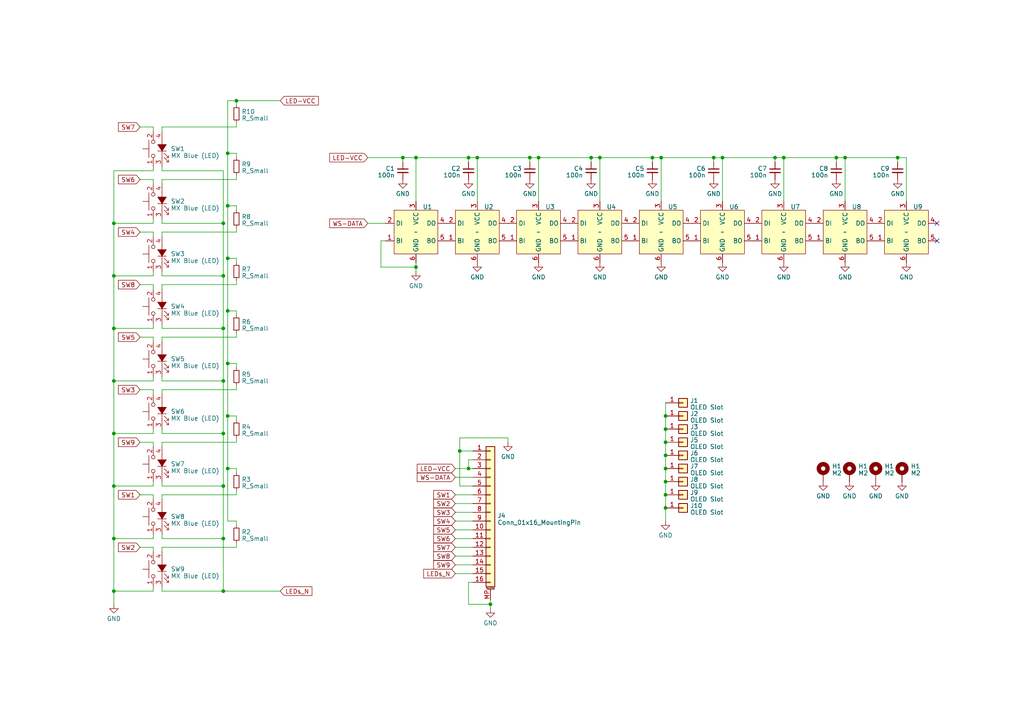
<source format=kicad_sch>
(kicad_sch (version 20221206) (generator eeschema)
  (paper "A4")
  (lib_symbols
    (symbol "Connector_Generic:Conn_01x01" (pin_names (offset 1.016) hide)
      (property "Reference" "J" (at 0 2.54 0))
      (property "Value" "Conn_01x01" (at 0 -2.54 0))
      (symbol "Conn_01x01_1_1"
        (rectangle (start -1.27 0.127) (end 0 -0.127) (stroke (width 0.1524)))
        (rectangle (start -1.27 1.27) (end 1.27 -1.27) (stroke (width 0.254)) (fill (type background)))
        (pin passive line (at -5.08 0 0) (length 3.81) (name "Pin_1") (number "1"))
      )
    )
    (symbol "Connector_Generic_MountingPin:Conn_01x16_MountingPin" (pin_names (offset 1.016) hide)
      (property "Reference" "J" (at 0 20.32 0))
      (property "Value" "Conn_01x16_MountingPin" (at 1.27 -22.86 0))
      (symbol "Conn_01x16_MountingPin_1_1"
        (rectangle (start -1.27 -20.193) (end 0 -20.447) (stroke (width 0.1524)))
        (rectangle (start -1.27 -17.653) (end 0 -17.907) (stroke (width 0.1524)))
        (rectangle (start -1.27 -15.113) (end 0 -15.367) (stroke (width 0.1524)))
        (rectangle (start -1.27 -12.573) (end 0 -12.827) (stroke (width 0.1524)))
        (rectangle (start -1.27 -10.033) (end 0 -10.287) (stroke (width 0.1524)))
        (rectangle (start -1.27 -7.493) (end 0 -7.747) (stroke (width 0.1524)))
        (rectangle (start -1.27 -4.953) (end 0 -5.207) (stroke (width 0.1524)))
        (rectangle (start -1.27 -2.413) (end 0 -2.667) (stroke (width 0.1524)))
        (rectangle (start -1.27 0.127) (end 0 -0.127) (stroke (width 0.1524)))
        (rectangle (start -1.27 2.667) (end 0 2.413) (stroke (width 0.1524)))
        (rectangle (start -1.27 5.207) (end 0 4.953) (stroke (width 0.1524)))
        (rectangle (start -1.27 7.747) (end 0 7.493) (stroke (width 0.1524)))
        (rectangle (start -1.27 10.287) (end 0 10.033) (stroke (width 0.1524)))
        (rectangle (start -1.27 12.827) (end 0 12.573) (stroke (width 0.1524)))
        (rectangle (start -1.27 15.367) (end 0 15.113) (stroke (width 0.1524)))
        (rectangle (start -1.27 17.907) (end 0 17.653) (stroke (width 0.1524)))
        (rectangle (start -1.27 19.05) (end 1.27 -21.59) (stroke (width 0.254)) (fill (type background)))
        (polyline (pts (xy -1.016 -22.352) (xy 1.016 -22.352)) (stroke (width 0.1524)))
        (text "Mounting" (at 0 -21.971 0) (effects (font (size 0.381 0.381))))
        (pin passive line (at -5.08 17.78 0) (length 3.81) (name "Pin_1") (number "1"))
        (pin passive line (at -5.08 -5.08 0) (length 3.81) (name "Pin_10") (number "10"))
        (pin passive line (at -5.08 -7.62 0) (length 3.81) (name "Pin_11") (number "11"))
        (pin passive line (at -5.08 -10.16 0) (length 3.81) (name "Pin_12") (number "12"))
        (pin passive line (at -5.08 -12.7 0) (length 3.81) (name "Pin_13") (number "13"))
        (pin passive line (at -5.08 -15.24 0) (length 3.81) (name "Pin_14") (number "14"))
        (pin passive line (at -5.08 -17.78 0) (length 3.81) (name "Pin_15") (number "15"))
        (pin passive line (at -5.08 -20.32 0) (length 3.81) (name "Pin_16") (number "16"))
        (pin passive line (at -5.08 15.24 0) (length 3.81) (name "Pin_2") (number "2"))
        (pin passive line (at -5.08 12.7 0) (length 3.81) (name "Pin_3") (number "3"))
        (pin passive line (at -5.08 10.16 0) (length 3.81) (name "Pin_4") (number "4"))
        (pin passive line (at -5.08 7.62 0) (length 3.81) (name "Pin_5") (number "5"))
        (pin passive line (at -5.08 5.08 0) (length 3.81) (name "Pin_6") (number "6"))
        (pin passive line (at -5.08 2.54 0) (length 3.81) (name "Pin_7") (number "7"))
        (pin passive line (at -5.08 0 0) (length 3.81) (name "Pin_8") (number "8"))
        (pin passive line (at -5.08 -2.54 0) (length 3.81) (name "Pin_9") (number "9"))
        (pin passive line (at 0 -25.4 90) (length 3.048) (name "MountPin") (number "MP"))
      )
    )
    (symbol "Device:C_Small" (pin_numbers hide) (pin_names (offset 0.254) hide)
      (property "Reference" "C" (at 0.254 1.778 0))
      (property "Value" "C_Small" (at 0.254 -2.032 0))
      (symbol "C_Small_0_1"
        (polyline (pts (xy -1.524 -0.508) (xy 1.524 -0.508)) (stroke (width 0.3302)))
        (polyline (pts (xy -1.524 0.508) (xy 1.524 0.508)) (stroke (width 0.3048)))
      )
      (symbol "C_Small_1_1"
        (pin passive line (at 0 2.54 270) (length 2.032) (name "~") (number "1"))
        (pin passive line (at 0 -2.54 90) (length 2.032) (name "~") (number "2"))
      )
    )
    (symbol "Device:R_Small" (pin_numbers hide) (pin_names (offset 0.254) hide)
      (property "Reference" "R" (at 0.762 0.508 0))
      (property "Value" "R_Small" (at 0.762 -1.016 0))
      (symbol "R_Small_0_1"
        (rectangle (start -0.762 1.778) (end 0.762 -1.778) (stroke (width 0.2032)))
      )
      (symbol "R_Small_1_1"
        (pin passive line (at 0 2.54 270) (length 0.762) (name "~") (number "1"))
        (pin passive line (at 0 -2.54 90) (length 0.762) (name "~") (number "2"))
      )
    )
    (symbol "Franz-Lib:WS2816"
      (property "Reference" "U" (at 0 10.16 0))
      (symbol "WS2816_0_1"
        (rectangle (start -6.35 6.35) (end 6.35 -6.35) (fill (type background)))
      )
      (symbol "WS2816_1_1"
        (pin input line (at -8.89 -2.54 0) (length 2.54) (name "BI") (number "1"))
        (pin input line (at -8.89 2.54 0) (length 2.54) (name "DI") (number "2"))
        (pin power_in line (at 0 8.89 270) (length 2.54) (name "VCC") (number "3"))
        (pin output line (at 8.89 2.54 180) (length 2.54) (name "DO") (number "4"))
        (pin output line (at 8.89 -2.54 180) (length 2.54) (name "BO") (number "5"))
        (pin power_in line (at 0 -8.89 90) (length 2.54) (name "GND") (number "6"))
      )
    )
    (symbol "Mechanical:MountingHole_Pad" (pin_numbers hide) (pin_names (offset 1.016) hide)
      (property "Reference" "H" (at 0 6.35 0))
      (property "Value" "MountingHole_Pad" (at 0 4.445 0))
      (symbol "MountingHole_Pad_0_1"
        (circle (center 0 1.27) (radius 1.27) (stroke (width 1.27)))
      )
      (symbol "MountingHole_Pad_1_1"
        (pin input line (at 0 -2.54 90) (length 2.54) (name "1") (number "1"))
      )
    )
    (symbol "Switch:SW_Push_LED" (pin_names (offset 1.016) hide)
      (property "Reference" "SW" (at 0.635 5.715 0))
      (property "Value" "SW_Push_LED" (at 0 -3.175 0))
      (symbol "SW_Push_LED_0_0"
        (polyline (pts (xy -3.81 -1.905) (xy -2.54 -0.635)))
        (polyline (pts (xy -2.54 -1.905) (xy -1.27 -0.635)))
        (polyline (pts (xy -2.54 0) (xy 2.54 0)))
        (polyline (pts (xy -0.635 1.27) (xy -0.635 -1.27)))
        (polyline (pts (xy -3.81 -1.27) (xy -3.81 -1.905) (xy -3.175 -1.905)))
        (polyline (pts (xy -2.54 -1.27) (xy -2.54 -1.905) (xy -1.905 -1.905)))
        (polyline (pts (xy -0.635 0) (xy 1.27 1.27) (xy 1.27 -1.27) (xy -0.635 0)) (fill (type outline)))
      )
      (symbol "SW_Push_LED_0_1"
        (circle (center -2.032 2.54) (radius 0.508))
        (polyline (pts (xy 0 3.81) (xy 0 5.588)))
        (polyline (pts (xy 2.54 3.81) (xy -2.54 3.81)))
        (circle (center 2.032 2.54) (radius 0.508))
        (pin passive line (at -5.08 2.54 0) (length 2.54) (name "1") (number "1"))
        (pin passive line (at 5.08 2.54 180) (length 2.54) (name "2") (number "2"))
        (pin passive line (at -5.08 0 0) (length 2.54) (name "K") (number "3"))
        (pin passive line (at 5.08 0 180) (length 2.54) (name "A") (number "4"))
      )
    )
    (symbol "power:GND" (power) (pin_names (offset 0))
      (property "Value" "GND" (at 0 -3.81 0))
      (symbol "GND_0_1"
        (polyline (pts (xy 0 0) (xy 0 -1.27) (xy 1.27 -1.27) (xy 0 -2.54) (xy -1.27 -1.27) (xy 0 -1.27)))
      )
      (symbol "GND_1_1"
        (pin power_in line (at 0 0 270) (length 0) hide (name "GND") (number "1"))
      )
    )
  )
  (junction (at 153.67 45.72))
  (junction (at 207.01 45.72))
  (junction (at 64.77 125.73))
  (junction (at 120.65 77.47))
  (junction (at 66.04 74.93))
  (junction (at 245.11 45.72))
  (junction (at 120.65 45.72))
  (junction (at 193.04 135.89))
  (junction (at 260.35 45.72))
  (junction (at 33.02 110.49))
  (junction (at 64.77 171.45))
  (junction (at 156.21 45.72))
  (junction (at 133.35 130.81))
  (junction (at 193.04 124.46))
  (junction (at 64.77 110.49))
  (junction (at 64.77 64.77))
  (junction (at 33.02 95.25))
  (junction (at 66.04 120.65))
  (junction (at 135.89 135.89))
  (junction (at 66.04 135.89))
  (junction (at 66.04 105.41))
  (junction (at 193.04 147.32))
  (junction (at 66.04 90.17))
  (junction (at 68.58 29.21))
  (junction (at 33.02 140.97))
  (junction (at 193.04 139.7))
  (junction (at 193.04 128.27))
  (junction (at 33.02 156.21))
  (junction (at 33.02 171.45))
  (junction (at 64.77 140.97))
  (junction (at 64.77 95.25))
  (junction (at 138.43 45.72))
  (junction (at 142.24 175.26))
  (junction (at 66.04 59.69))
  (junction (at 224.79 45.72))
  (junction (at 171.45 45.72))
  (junction (at 64.77 80.01))
  (junction (at 33.02 80.01))
  (junction (at 116.84 45.72))
  (junction (at 191.77 45.72))
  (junction (at 33.02 64.77))
  (junction (at 135.89 45.72))
  (junction (at 209.55 45.72))
  (junction (at 64.77 156.21))
  (junction (at 193.04 120.65))
  (junction (at 193.04 143.51))
  (junction (at 193.04 132.08))
  (junction (at 189.23 45.72))
  (junction (at 227.33 45.72))
  (junction (at 242.57 45.72))
  (junction (at 66.04 44.45))
  (junction (at 33.02 125.73))
  (junction (at 173.99 45.72))
  (no_connect (at 271.78 69.85))
  (no_connect (at 271.78 64.77))
  (wire (pts (xy 132.08 143.51) (xy 137.16 143.51)))
  (wire (pts (xy 132.08 156.21) (xy 137.16 156.21)))
  (wire (pts (xy 138.43 45.72) (xy 153.67 45.72)))
  (wire (pts (xy 135.89 133.35) (xy 137.16 133.35)))
  (wire (pts (xy 153.67 45.72) (xy 156.21 45.72)))
  (wire (pts (xy 224.79 45.72) (xy 227.33 45.72)))
  (wire (pts (xy 147.32 128.27) (xy 147.32 127)))
  (wire (pts (xy 40.64 52.07) (xy 44.45 52.07)))
  (wire (pts (xy 68.58 59.69) (xy 68.58 60.96)))
  (wire (pts (xy 68.58 90.17) (xy 68.58 91.44)))
  (wire (pts (xy 66.04 74.93) (xy 66.04 90.17)))
  (wire (pts (xy 68.58 127) (xy 68.58 128.27)))
  (wire (pts (xy 68.58 67.31) (xy 46.99 67.31)))
  (wire (pts (xy 33.02 64.77) (xy 44.45 64.77)))
  (wire (pts (xy 68.58 120.65) (xy 68.58 121.92)))
  (wire (pts (xy 44.45 170.18) (xy 44.45 171.45)))
  (wire (pts (xy 68.58 135.89) (xy 68.58 137.16)))
  (wire (pts (xy 116.84 45.72) (xy 120.65 45.72)))
  (wire (pts (xy 242.57 45.72) (xy 242.57 46.99)))
  (wire (pts (xy 68.58 29.21) (xy 68.58 30.48)))
  (wire (pts (xy 44.45 82.55) (xy 44.45 83.82)))
  (wire (pts (xy 171.45 45.72) (xy 173.99 45.72)))
  (wire (pts (xy 120.65 77.47) (xy 120.65 76.2)))
  (wire (pts (xy 132.08 163.83) (xy 137.16 163.83)))
  (wire (pts (xy 153.67 45.72) (xy 153.67 46.99)))
  (wire (pts (xy 227.33 45.72) (xy 242.57 45.72)))
  (wire (pts (xy 68.58 151.13) (xy 66.04 151.13)))
  (wire (pts (xy 135.89 168.91) (xy 137.16 168.91)))
  (wire (pts (xy 46.99 140.97) (xy 64.77 140.97)))
  (wire (pts (xy 193.04 116.84) (xy 193.04 120.65)))
  (wire (pts (xy 120.65 78.74) (xy 120.65 77.47)))
  (wire (pts (xy 133.35 130.81) (xy 137.16 130.81)))
  (wire (pts (xy 66.04 44.45) (xy 68.58 44.45)))
  (wire (pts (xy 44.45 52.07) (xy 44.45 53.34)))
  (wire (pts (xy 64.77 64.77) (xy 46.99 64.77)))
  (wire (pts (xy 46.99 125.73) (xy 64.77 125.73)))
  (wire (pts (xy 132.08 161.29) (xy 137.16 161.29)))
  (wire (pts (xy 132.08 146.05) (xy 137.16 146.05)))
  (wire (pts (xy 262.89 45.72) (xy 262.89 58.42)))
  (wire (pts (xy 189.23 45.72) (xy 189.23 46.99)))
  (wire (pts (xy 245.11 45.72) (xy 245.11 58.42)))
  (wire (pts (xy 64.77 171.45) (xy 81.28 171.45)))
  (wire (pts (xy 46.99 110.49) (xy 64.77 110.49)))
  (wire (pts (xy 66.04 120.65) (xy 66.04 105.41)))
  (wire (pts (xy 120.65 45.72) (xy 120.65 58.42)))
  (wire (pts (xy 132.08 151.13) (xy 137.16 151.13)))
  (wire (pts (xy 207.01 45.72) (xy 207.01 46.99)))
  (wire (pts (xy 193.04 124.46) (xy 193.04 128.27)))
  (wire (pts (xy 132.08 148.59) (xy 137.16 148.59)))
  (wire (pts (xy 106.68 64.77) (xy 111.76 64.77)))
  (wire (pts (xy 68.58 82.55) (xy 46.99 82.55)))
  (wire (pts (xy 46.99 93.98) (xy 46.99 95.25)))
  (wire (pts (xy 142.24 175.26) (xy 142.24 176.53)))
  (wire (pts (xy 68.58 50.8) (xy 68.58 52.07)))
  (wire (pts (xy 260.35 45.72) (xy 262.89 45.72)))
  (wire (pts (xy 33.02 156.21) (xy 33.02 140.97)))
  (wire (pts (xy 68.58 142.24) (xy 68.58 143.51)))
  (wire (pts (xy 147.32 127) (xy 133.35 127)))
  (wire (pts (xy 33.02 140.97) (xy 44.45 140.97)))
  (wire (pts (xy 68.58 128.27) (xy 46.99 128.27)))
  (wire (pts (xy 68.58 111.76) (xy 68.58 113.03)))
  (wire (pts (xy 209.55 45.72) (xy 209.55 58.42)))
  (wire (pts (xy 132.08 158.75) (xy 137.16 158.75)))
  (wire (pts (xy 135.89 45.72) (xy 135.89 46.99)))
  (wire (pts (xy 173.99 45.72) (xy 189.23 45.72)))
  (wire (pts (xy 33.02 110.49) (xy 44.45 110.49)))
  (wire (pts (xy 40.64 158.75) (xy 44.45 158.75)))
  (wire (pts (xy 64.77 110.49) (xy 64.77 95.25)))
  (wire (pts (xy 68.58 35.56) (xy 68.58 36.83)))
  (wire (pts (xy 132.08 166.37) (xy 137.16 166.37)))
  (wire (pts (xy 33.02 125.73) (xy 33.02 110.49)))
  (wire (pts (xy 44.45 97.79) (xy 44.45 99.06)))
  (wire (pts (xy 40.64 82.55) (xy 44.45 82.55)))
  (wire (pts (xy 68.58 36.83) (xy 46.99 36.83)))
  (wire (pts (xy 46.99 49.53) (xy 64.77 49.53)))
  (wire (pts (xy 44.45 80.01) (xy 44.45 78.74)))
  (wire (pts (xy 44.45 125.73) (xy 44.45 124.46)))
  (wire (pts (xy 33.02 80.01) (xy 44.45 80.01)))
  (wire (pts (xy 44.45 140.97) (xy 44.45 139.7)))
  (wire (pts (xy 138.43 45.72) (xy 138.43 58.42)))
  (wire (pts (xy 46.99 158.75) (xy 46.99 160.02)))
  (wire (pts (xy 68.58 158.75) (xy 46.99 158.75)))
  (wire (pts (xy 46.99 113.03) (xy 46.99 114.3)))
  (wire (pts (xy 173.99 45.72) (xy 173.99 58.42)))
  (wire (pts (xy 66.04 120.65) (xy 68.58 120.65)))
  (wire (pts (xy 46.99 154.94) (xy 46.99 156.21)))
  (wire (pts (xy 44.45 128.27) (xy 44.45 129.54)))
  (wire (pts (xy 193.04 132.08) (xy 193.04 135.89)))
  (wire (pts (xy 64.77 140.97) (xy 64.77 125.73)))
  (wire (pts (xy 193.04 120.65) (xy 193.04 124.46)))
  (wire (pts (xy 66.04 29.21) (xy 68.58 29.21)))
  (wire (pts (xy 33.02 95.25) (xy 44.45 95.25)))
  (wire (pts (xy 193.04 128.27) (xy 193.04 132.08)))
  (wire (pts (xy 46.99 109.22) (xy 46.99 110.49)))
  (wire (pts (xy 46.99 48.26) (xy 46.99 49.53)))
  (wire (pts (xy 33.02 125.73) (xy 44.45 125.73)))
  (wire (pts (xy 68.58 44.45) (xy 68.58 45.72)))
  (wire (pts (xy 40.64 36.83) (xy 44.45 36.83)))
  (wire (pts (xy 33.02 171.45) (xy 33.02 175.26)))
  (wire (pts (xy 66.04 105.41) (xy 66.04 90.17)))
  (wire (pts (xy 44.45 36.83) (xy 44.45 38.1)))
  (wire (pts (xy 46.99 156.21) (xy 64.77 156.21)))
  (wire (pts (xy 46.99 64.77) (xy 46.99 63.5)))
  (wire (pts (xy 66.04 59.69) (xy 66.04 74.93)))
  (wire (pts (xy 46.99 95.25) (xy 64.77 95.25)))
  (wire (pts (xy 46.99 82.55) (xy 46.99 83.82)))
  (wire (pts (xy 46.99 171.45) (xy 64.77 171.45)))
  (wire (pts (xy 132.08 153.67) (xy 137.16 153.67)))
  (wire (pts (xy 193.04 135.89) (xy 193.04 139.7)))
  (wire (pts (xy 193.04 143.51) (xy 193.04 147.32)))
  (wire (pts (xy 46.99 52.07) (xy 46.99 53.34)))
  (wire (pts (xy 66.04 74.93) (xy 68.58 74.93)))
  (wire (pts (xy 191.77 45.72) (xy 207.01 45.72)))
  (wire (pts (xy 44.45 64.77) (xy 44.45 63.5)))
  (wire (pts (xy 66.04 59.69) (xy 68.58 59.69)))
  (wire (pts (xy 64.77 171.45) (xy 64.77 156.21)))
  (wire (pts (xy 46.99 78.74) (xy 46.99 80.01)))
  (wire (pts (xy 142.24 173.99) (xy 142.24 175.26)))
  (wire (pts (xy 33.02 64.77) (xy 33.02 49.53)))
  (wire (pts (xy 133.35 140.97) (xy 133.35 130.81)))
  (wire (pts (xy 132.08 135.89) (xy 135.89 135.89)))
  (wire (pts (xy 135.89 135.89) (xy 137.16 135.89)))
  (wire (pts (xy 207.01 45.72) (xy 209.55 45.72)))
  (wire (pts (xy 66.04 90.17) (xy 68.58 90.17)))
  (wire (pts (xy 135.89 175.26) (xy 135.89 168.91)))
  (wire (pts (xy 116.84 45.72) (xy 116.84 46.99)))
  (wire (pts (xy 120.65 45.72) (xy 135.89 45.72)))
  (wire (pts (xy 46.99 36.83) (xy 46.99 38.1)))
  (wire (pts (xy 133.35 127) (xy 133.35 130.81)))
  (wire (pts (xy 68.58 143.51) (xy 46.99 143.51)))
  (wire (pts (xy 156.21 45.72) (xy 171.45 45.72)))
  (wire (pts (xy 46.99 67.31) (xy 46.99 68.58)))
  (wire (pts (xy 46.99 97.79) (xy 46.99 99.06)))
  (wire (pts (xy 44.45 95.25) (xy 44.45 93.98)))
  (wire (pts (xy 33.02 80.01) (xy 33.02 64.77)))
  (wire (pts (xy 191.77 45.72) (xy 191.77 58.42)))
  (wire (pts (xy 33.02 110.49) (xy 33.02 95.25)))
  (wire (pts (xy 64.77 64.77) (xy 64.77 80.01)))
  (wire (pts (xy 46.99 143.51) (xy 46.99 144.78)))
  (wire (pts (xy 135.89 135.89) (xy 135.89 133.35)))
  (wire (pts (xy 44.45 110.49) (xy 44.45 109.22)))
  (wire (pts (xy 66.04 135.89) (xy 68.58 135.89)))
  (wire (pts (xy 68.58 113.03) (xy 46.99 113.03)))
  (wire (pts (xy 110.49 69.85) (xy 111.76 69.85)))
  (wire (pts (xy 33.02 140.97) (xy 33.02 125.73)))
  (wire (pts (xy 44.45 67.31) (xy 44.45 68.58)))
  (wire (pts (xy 66.04 59.69) (xy 66.04 44.45)))
  (wire (pts (xy 137.16 140.97) (xy 133.35 140.97)))
  (wire (pts (xy 68.58 97.79) (xy 46.99 97.79)))
  (wire (pts (xy 68.58 29.21) (xy 81.28 29.21)))
  (wire (pts (xy 44.45 156.21) (xy 44.45 154.94)))
  (wire (pts (xy 40.64 143.51) (xy 44.45 143.51)))
  (wire (pts (xy 242.57 45.72) (xy 245.11 45.72)))
  (wire (pts (xy 64.77 125.73) (xy 64.77 110.49)))
  (wire (pts (xy 66.04 44.45) (xy 66.04 29.21)))
  (wire (pts (xy 135.89 45.72) (xy 138.43 45.72)))
  (wire (pts (xy 66.04 135.89) (xy 66.04 120.65)))
  (wire (pts (xy 156.21 45.72) (xy 156.21 58.42)))
  (wire (pts (xy 106.68 45.72) (xy 116.84 45.72)))
  (wire (pts (xy 142.24 175.26) (xy 135.89 175.26)))
  (wire (pts (xy 245.11 45.72) (xy 260.35 45.72)))
  (wire (pts (xy 44.45 143.51) (xy 44.45 144.78)))
  (wire (pts (xy 40.64 113.03) (xy 44.45 113.03)))
  (wire (pts (xy 68.58 105.41) (xy 68.58 106.68)))
  (wire (pts (xy 68.58 66.04) (xy 68.58 67.31)))
  (wire (pts (xy 68.58 152.4) (xy 68.58 151.13)))
  (wire (pts (xy 46.99 170.18) (xy 46.99 171.45)))
  (wire (pts (xy 44.45 49.53) (xy 44.45 48.26)))
  (wire (pts (xy 66.04 105.41) (xy 68.58 105.41)))
  (wire (pts (xy 46.99 80.01) (xy 64.77 80.01)))
  (wire (pts (xy 227.33 45.72) (xy 227.33 58.42)))
  (wire (pts (xy 33.02 156.21) (xy 44.45 156.21)))
  (wire (pts (xy 33.02 95.25) (xy 33.02 80.01)))
  (wire (pts (xy 44.45 113.03) (xy 44.45 114.3)))
  (wire (pts (xy 193.04 139.7) (xy 193.04 143.51)))
  (wire (pts (xy 64.77 156.21) (xy 64.77 140.97)))
  (wire (pts (xy 68.58 157.48) (xy 68.58 158.75)))
  (wire (pts (xy 209.55 45.72) (xy 224.79 45.72)))
  (wire (pts (xy 224.79 45.72) (xy 224.79 46.99)))
  (wire (pts (xy 132.08 138.43) (xy 137.16 138.43)))
  (wire (pts (xy 68.58 52.07) (xy 46.99 52.07)))
  (wire (pts (xy 120.65 77.47) (xy 110.49 77.47)))
  (wire (pts (xy 64.77 49.53) (xy 64.77 64.77)))
  (wire (pts (xy 40.64 67.31) (xy 44.45 67.31)))
  (wire (pts (xy 110.49 77.47) (xy 110.49 69.85)))
  (wire (pts (xy 40.64 128.27) (xy 44.45 128.27)))
  (wire (pts (xy 64.77 95.25) (xy 64.77 80.01)))
  (wire (pts (xy 260.35 45.72) (xy 260.35 46.99)))
  (wire (pts (xy 46.99 139.7) (xy 46.99 140.97)))
  (wire (pts (xy 68.58 81.28) (xy 68.58 82.55)))
  (wire (pts (xy 171.45 45.72) (xy 171.45 46.99)))
  (wire (pts (xy 33.02 49.53) (xy 44.45 49.53)))
  (wire (pts (xy 40.64 97.79) (xy 44.45 97.79)))
  (wire (pts (xy 68.58 96.52) (xy 68.58 97.79)))
  (wire (pts (xy 44.45 171.45) (xy 33.02 171.45)))
  (wire (pts (xy 44.45 158.75) (xy 44.45 160.02)))
  (wire (pts (xy 68.58 74.93) (xy 68.58 76.2)))
  (wire (pts (xy 33.02 171.45) (xy 33.02 156.21)))
  (wire (pts (xy 193.04 147.32) (xy 193.04 151.13)))
  (wire (pts (xy 46.99 128.27) (xy 46.99 129.54)))
  (wire (pts (xy 66.04 151.13) (xy 66.04 135.89)))
  (wire (pts (xy 46.99 124.46) (xy 46.99 125.73)))
  (wire (pts (xy 189.23 45.72) (xy 191.77 45.72)))
  (global_label "LED-VCC" (shape input) (at 132.08 135.89 180) (property "Intersheetrefs" "${INTERSHEET_REFS}" (effects hide)))
  (global_label "LEDs_N" (shape input) (at 132.08 166.37 180) (property "Intersheetrefs" "${INTERSHEET_REFS}" (effects hide)))
  (global_label "LED-VCC" (shape input) (at 81.28 29.21 0) (property "Intersheetrefs" "${INTERSHEET_REFS}" (effects hide)))
  (global_label "WS-DATA" (shape input) (at 106.68 64.77 180) (property "Intersheetrefs" "${INTERSHEET_REFS}" (effects hide)))
  (global_label "SW3" (shape input) (at 40.64 113.03 180) (property "Intersheetrefs" "${INTERSHEET_REFS}" (effects hide)))
  (global_label "SW4" (shape input) (at 132.08 151.13 180) (property "Intersheetrefs" "${INTERSHEET_REFS}" (effects hide)))
  (global_label "SW8" (shape input) (at 40.64 82.55 180) (property "Intersheetrefs" "${INTERSHEET_REFS}" (effects hide)))
  (global_label "SW9" (shape input) (at 40.64 128.27 180) (property "Intersheetrefs" "${INTERSHEET_REFS}" (effects hide)))
  (global_label "SW3" (shape input) (at 132.08 148.59 180) (property "Intersheetrefs" "${INTERSHEET_REFS}" (effects hide)))
  (global_label "SW2" (shape input) (at 40.64 158.75 180) (property "Intersheetrefs" "${INTERSHEET_REFS}" (effects hide)))
  (global_label "SW6" (shape input) (at 40.64 52.07 180) (property "Intersheetrefs" "${INTERSHEET_REFS}" (effects hide)))
  (global_label "SW4" (shape input) (at 40.64 67.31 180) (property "Intersheetrefs" "${INTERSHEET_REFS}" (effects hide)))
  (global_label "SW6" (shape input) (at 132.08 156.21 180) (property "Intersheetrefs" "${INTERSHEET_REFS}" (effects hide)))
  (global_label "SW9" (shape input) (at 132.08 163.83 180) (property "Intersheetrefs" "${INTERSHEET_REFS}" (effects hide)))
  (global_label "LEDs_N" (shape input) (at 81.28 171.45 0) (property "Intersheetrefs" "${INTERSHEET_REFS}" (effects hide)))
  (global_label "WS-DATA" (shape input) (at 132.08 138.43 180) (property "Intersheetrefs" "${INTERSHEET_REFS}" (effects hide)))
  (global_label "LED-VCC" (shape input) (at 106.68 45.72 180) (property "Intersheetrefs" "${INTERSHEET_REFS}" (effects hide)))
  (global_label "SW7" (shape input) (at 40.64 36.83 180) (property "Intersheetrefs" "${INTERSHEET_REFS}" (effects hide)))
  (global_label "SW2" (shape input) (at 132.08 146.05 180) (property "Intersheetrefs" "${INTERSHEET_REFS}" (effects hide)))
  (global_label "SW5" (shape input) (at 40.64 97.79 180) (property "Intersheetrefs" "${INTERSHEET_REFS}" (effects hide)))
  (global_label "SW8" (shape input) (at 132.08 161.29 180) (property "Intersheetrefs" "${INTERSHEET_REFS}" (effects hide)))
  (global_label "SW5" (shape input) (at 132.08 153.67 180) (property "Intersheetrefs" "${INTERSHEET_REFS}" (effects hide)))
  (global_label "SW7" (shape input) (at 132.08 158.75 180) (property "Intersheetrefs" "${INTERSHEET_REFS}" (effects hide)))
  (global_label "SW1" (shape input) (at 40.64 143.51 180) (property "Intersheetrefs" "${INTERSHEET_REFS}" (effects hide)))
  (global_label "SW1" (shape input) (at 132.08 143.51 180) (property "Intersheetrefs" "${INTERSHEET_REFS}" (effects hide)))
  (symbol (lib_id "Connector_Generic:Conn_01x01") (at 198.12 147.32 0) (unit 1)
    (property "Reference" "J10" (at 200.152 146.6763 0) (effects (justify left)))
    (property "Value" "OLED Slot" (at 200.152 148.5973 0) (effects (justify left)))
    (property "Footprint" "Franz-Lib:Plated_Slot_10x1mm" (effects hide))
    (instances (project "PCB-T" (path "" (reference "J10") (unit 1))) (project "PCB-B" (path "" (reference "J14") (unit 1))))
  )
  (symbol (lib_id "Switch:SW_Push_LED") (at 46.99 149.86 90) (unit 1)
    (property "Reference" "SW8" (at 49.53 149.8267 90) (effects (justify right)))
    (property "Value" "MX Blue (LED)" (at 49.53 151.8271 90) (effects (justify right)))
    (property "Footprint" "Franz-Lib:SW_Cherry_MX_1.00u_Plate_NoSilk" (effects hide))
    (instances (project "PCB-T" (path "" (reference "SW8") (unit 1))) (project "PCB-B" (path "" (reference "SW9") (unit 1))))
  )
  (symbol (lib_id "Connector_Generic:Conn_01x01") (at 198.12 116.84 0) (unit 1)
    (property "Reference" "J1" (at 200.152 116.1963 0) (effects (justify left)))
    (property "Value" "OLED Slot" (at 200.152 118.1173 0) (effects (justify left)))
    (property "Footprint" "Franz-Lib:Plated_Slot_10x1mm" (effects hide))
    (instances (project "PCB-T" (path "" (reference "J1") (unit 1))) (project "PCB-B" (path "" (reference "J6") (unit 1))))
  )
  (symbol (lib_id "Franz-Lib:WS2816") (at 262.89 67.31 0) (unit 1)
    (property "Reference" "U9" (at 264.8459 59.9981 0) (effects (justify left)))
    (property "Value" "~" (at 262.89 67.31 0))
    (property "Footprint" "Franz-Lib:WS2816" (effects hide))
    (instances (project "PCB-T" (path "" (reference "U9") (unit 1))) (project "PCB-B" (path "" (reference "U17") (unit 1))))
  )
  (symbol (lib_id "power:GND") (at 246.38 139.7 0) (unit 1)
    (property "Reference" "#PWR0113" (effects hide))
    (property "Value" "GND" (at 246.38 143.8752 0))
    (instances (project "PCB-T" (path "" (reference "#PWR0113") (unit 1))) (project "PCB-B" (path "" (reference "#PWR0208") (unit 1))))
  )
  (symbol (lib_id "power:GND") (at 120.65 78.74 0) (unit 1)
    (property "Reference" "#PWR0112" (effects hide))
    (property "Value" "GND" (at 120.65 82.9152 0))
    (instances (project "DreamSteck" (path "" (reference "#PWR0112") (unit 1)) (path "" (reference "#PWR0112") (unit 1))) (project "PCB-T" (path "" (reference "#PWR0123") (unit 1))) (project "PCB-B" (path "" (reference "#PWR0189") (unit 1))))
  )
  (symbol (lib_id "Franz-Lib:WS2816") (at 173.99 67.31 0) (unit 1)
    (property "Reference" "U4" (at 175.9459 59.9981 0) (effects (justify left)))
    (property "Value" "~" (at 173.99 67.31 0))
    (property "Footprint" "Franz-Lib:WS2816" (effects hide))
    (instances (project "PCB-T" (path "" (reference "U4") (unit 1))) (project "PCB-B" (path "" (reference "U12") (unit 1))))
  )
  (symbol (lib_id "Connector_Generic:Conn_01x01") (at 198.12 132.08 0) (unit 1)
    (property "Reference" "J6" (at 200.152 131.4363 0) (effects (justify left)))
    (property "Value" "OLED Slot" (at 200.152 133.3573 0) (effects (justify left)))
    (property "Footprint" "Franz-Lib:Plated_Slot_10x1mm" (effects hide))
    (instances (project "PCB-T" (path "" (reference "J6") (unit 1))) (project "PCB-B" (path "" (reference "J10") (unit 1))))
  )
  (symbol (lib_id "Device:C_Small") (at 242.57 49.53 0) (unit 1)
    (property "Reference" "C8" (at 240.2459 48.8926 0) (effects (justify right)))
    (property "Value" "100n" (at 240.2459 50.8136 0) (effects (justify right)))
    (property "Footprint" "Franz-Lib:C_0402_1005Metric_NoSilk" (effects hide))
    (instances (project "PCB-T" (path "" (reference "C8") (unit 1))) (project "PCB-B" (path "" (reference "C44") (unit 1))))
  )
  (symbol (lib_id "Device:R_Small") (at 68.58 48.26 0) (unit 1)
    (property "Reference" "R9" (at 70.0786 47.6163 0) (effects (justify left)))
    (property "Value" "R_Small" (at 70.0786 49.5373 0) (effects (justify left)))
    (property "Footprint" "Franz-Lib:R_0603_1608Metric_NoSilk" (effects hide))
    (instances (project "PCB-T" (path "" (reference "R9") (unit 1))) (project "PCB-B" (path "" (reference "R35") (unit 1))))
  )
  (symbol (lib_id "power:GND") (at 138.43 76.2 0) (unit 1)
    (property "Reference" "#PWR0112" (effects hide))
    (property "Value" "GND" (at 138.43 80.3752 0))
    (instances (project "DreamSteck" (path "" (reference "#PWR0112") (unit 1)) (path "" (reference "#PWR0112") (unit 1))) (project "PCB-T" (path "" (reference "#PWR0124") (unit 1))) (project "PCB-B" (path "" (reference "#PWR0206") (unit 1))))
  )
  (symbol (lib_id "power:GND") (at 116.84 52.07 0) (unit 1)
    (property "Reference" "#PWR?" (effects hide))
    (property "Value" "GND" (at 116.84 56.2055 0))
    (instances (project "PCB-T" (path "" (reference "#PWR?") (unit 1))) (project "PCB-B" (path "" (reference "#PWR0190") (unit 1))))
  )
  (symbol (lib_id "power:GND") (at 142.24 176.53 0) (unit 1)
    (property "Reference" "#PWR0102" (effects hide))
    (property "Value" "GND" (at 142.24 180.7052 0))
    (instances (project "PCB-T" (path "" (reference "#PWR0102") (unit 1))) (project "PCB-B" (path "" (reference "#PWR?") (unit 1)) (path "" (reference "#PWR0192") (unit 1))))
  )
  (symbol (lib_id "power:GND") (at 209.55 76.2 0) (unit 1)
    (property "Reference" "#PWR0112" (effects hide))
    (property "Value" "GND" (at 209.55 80.3752 0))
    (instances (project "DreamSteck" (path "" (reference "#PWR0112") (unit 1)) (path "" (reference "#PWR0112") (unit 1))) (project "PCB-T" (path "" (reference "#PWR0109") (unit 1))) (project "PCB-B" (path "" (reference "#PWR0196") (unit 1))))
  )
  (symbol (lib_id "Device:R_Small") (at 68.58 78.74 0) (unit 1)
    (property "Reference" "R7" (at 70.0786 78.0963 0) (effects (justify left)))
    (property "Value" "R_Small" (at 70.0786 80.0173 0) (effects (justify left)))
    (property "Footprint" "Franz-Lib:R_0603_1608Metric_NoSilk" (effects hide))
    (instances (project "PCB-T" (path "" (reference "R7") (unit 1))) (project "PCB-B" (path "" (reference "R37") (unit 1))))
  )
  (symbol (lib_id "Connector_Generic:Conn_01x01") (at 198.12 124.46 0) (unit 1)
    (property "Reference" "J3" (at 200.152 123.8163 0) (effects (justify left)))
    (property "Value" "OLED Slot" (at 200.152 125.7373 0) (effects (justify left)))
    (property "Footprint" "Franz-Lib:Plated_Slot_10x1mm" (effects hide))
    (instances (project "PCB-T" (path "" (reference "J3") (unit 1))) (project "PCB-B" (path "" (reference "J8") (unit 1))))
  )
  (symbol (lib_id "Connector_Generic:Conn_01x01") (at 198.12 120.65 0) (unit 1)
    (property "Reference" "J2" (at 200.152 120.0063 0) (effects (justify left)))
    (property "Value" "OLED Slot" (at 200.152 121.9273 0) (effects (justify left)))
    (property "Footprint" "Franz-Lib:Plated_Slot_10x1mm" (effects hide))
    (instances (project "PCB-T" (path "" (reference "J2") (unit 1))) (project "PCB-B" (path "" (reference "J7") (unit 1))))
  )
  (symbol (lib_id "power:GND") (at 171.45 52.07 0) (unit 1)
    (property "Reference" "#PWR?" (effects hide))
    (property "Value" "GND" (at 171.45 56.2055 0))
    (instances (project "PCB-T" (path "" (reference "#PWR?") (unit 1))) (project "PCB-B" (path "" (reference "#PWR0203") (unit 1))))
  )
  (symbol (lib_id "Device:R_Small") (at 68.58 63.5 0) (unit 1)
    (property "Reference" "R8" (at 70.0786 62.8563 0) (effects (justify left)))
    (property "Value" "R_Small" (at 70.0786 64.7773 0) (effects (justify left)))
    (property "Footprint" "Franz-Lib:R_0603_1608Metric_NoSilk" (effects hide))
    (instances (project "PCB-T" (path "" (reference "R8") (unit 1))) (project "PCB-B" (path "" (reference "R36") (unit 1))))
  )
  (symbol (lib_id "Switch:SW_Push_LED") (at 46.99 165.1 90) (unit 1)
    (property "Reference" "SW9" (at 49.53 165.0667 90) (effects (justify right)))
    (property "Value" "MX Blue (LED)" (at 49.53 167.0671 90) (effects (justify right)))
    (property "Footprint" "Franz-Lib:SW_Cherry_MX_1.00u_Plate_NoSilk" (effects hide))
    (instances (project "PCB-T" (path "" (reference "SW9") (unit 1))) (project "PCB-B" (path "" (reference "SW10") (unit 1))))
  )
  (symbol (lib_id "power:GND") (at 189.23 52.07 0) (unit 1)
    (property "Reference" "#PWR?" (effects hide))
    (property "Value" "GND" (at 189.23 56.2055 0))
    (instances (project "PCB-T" (path "" (reference "#PWR?") (unit 1))) (project "PCB-B" (path "" (reference "#PWR0204") (unit 1))))
  )
  (symbol (lib_id "Switch:SW_Push_LED") (at 46.99 43.18 90) (unit 1)
    (property "Reference" "SW1" (at 49.53 43.1467 90) (effects (justify right)))
    (property "Value" "MX Blue (LED)" (at 49.53 45.1471 90) (effects (justify right)))
    (property "Footprint" "Franz-Lib:SW_Cherry_MX_1.00u_Plate_NoSilk" (effects hide))
    (instances (project "PCB-T" (path "" (reference "SW1") (unit 1))) (project "PCB-B" (path "" (reference "SW2") (unit 1))))
  )
  (symbol (lib_id "Device:R_Small") (at 68.58 33.02 0) (unit 1)
    (property "Reference" "R10" (at 70.0786 32.3763 0) (effects (justify left)))
    (property "Value" "R_Small" (at 70.0786 34.2973 0) (effects (justify left)))
    (property "Footprint" "Franz-Lib:R_0603_1608Metric_NoSilk" (effects hide))
    (instances (project "PCB-T" (path "" (reference "R10") (unit 1))) (project "PCB-B" (path "" (reference "R33") (unit 1))))
  )
  (symbol (lib_id "Device:C_Small") (at 135.89 49.53 0) (unit 1)
    (property "Reference" "C2" (at 133.5659 48.8926 0) (effects (justify right)))
    (property "Value" "100n" (at 133.5659 50.8136 0) (effects (justify right)))
    (property "Footprint" "Franz-Lib:C_0402_1005Metric_NoSilk" (effects hide))
    (instances (project "PCB-T" (path "" (reference "C2") (unit 1))) (project "PCB-B" (path "" (reference "C38") (unit 1))))
  )
  (symbol (lib_id "Franz-Lib:WS2816") (at 191.77 67.31 0) (unit 1)
    (property "Reference" "U5" (at 193.7259 59.9981 0) (effects (justify left)))
    (property "Value" "~" (at 191.77 67.31 0))
    (property "Footprint" "Franz-Lib:WS2816" (effects hide))
    (instances (project "PCB-T" (path "" (reference "U5") (unit 1))) (project "PCB-B" (path "" (reference "U13") (unit 1))))
  )
  (symbol (lib_id "Franz-Lib:WS2816") (at 138.43 67.31 0) (unit 1)
    (property "Reference" "U2" (at 140.3859 59.9981 0) (effects (justify left)))
    (property "Value" "~" (at 138.43 67.31 0))
    (property "Footprint" "Franz-Lib:WS2816" (effects hide))
    (instances (project "PCB-T" (path "" (reference "U2") (unit 1))) (project "PCB-B" (path "" (reference "U10") (unit 1))))
  )
  (symbol (lib_id "Mechanical:MountingHole_Pad") (at 238.76 137.16 0) (unit 1)
    (property "Reference" "H1" (at 241.3 135.2217 0) (effects (justify left)))
    (property "Value" "M2" (at 241.3 137.2221 0) (effects (justify left)))
    (property "Footprint" "Franz-Lib:MountingHole_2.2mm_M2_Pad_Via_NoSilk" (effects hide))
    (instances (project "DreamSteck" (path "" (reference "H1") (unit 1)) (path "" (reference "H1") (unit 1))) (project "PCB-T" (path "" (reference "H4") (unit 1))) (project "PCB-B" (path "" (reference "H5") (unit 1))))
  )
  (symbol (lib_id "power:GND") (at 33.02 175.26 0) (mirror y) (unit 1)
    (property "Reference" "#PWR0101" (effects hide))
    (property "Value" "GND" (at 33.02 179.4352 0))
    (instances (project "DreamSteck" (path "" (reference "#PWR0101") (unit 1)) (path "" (reference "#PWR0101") (unit 1))) (project "PCB-T" (path "" (reference "#PWR0101") (unit 1))) (project "PCB-B" (path "" (reference "#PWR0182") (unit 1))))
  )
  (symbol (lib_id "power:GND") (at 153.67 52.07 0) (unit 1)
    (property "Reference" "#PWR?" (effects hide))
    (property "Value" "GND" (at 153.67 56.2055 0))
    (instances (project "PCB-T" (path "" (reference "#PWR?") (unit 1))) (project "PCB-B" (path "" (reference "#PWR0201") (unit 1))))
  )
  (symbol (lib_id "power:GND") (at 224.79 52.07 0) (unit 1)
    (property "Reference" "#PWR?" (effects hide))
    (property "Value" "GND" (at 224.79 56.2055 0))
    (instances (project "PCB-T" (path "" (reference "#PWR?") (unit 1))) (project "PCB-B" (path "" (reference "#PWR0198") (unit 1))))
  )
  (symbol (lib_id "Device:R_Small") (at 68.58 109.22 0) (unit 1)
    (property "Reference" "R5" (at 70.0786 108.5763 0) (effects (justify left)))
    (property "Value" "R_Small" (at 70.0786 110.4973 0) (effects (justify left)))
    (property "Footprint" "Franz-Lib:R_0603_1608Metric_NoSilk" (effects hide))
    (instances (project "PCB-T" (path "" (reference "R5") (unit 1))) (project "PCB-B" (path "" (reference "R39") (unit 1))))
  )
  (symbol (lib_id "power:GND") (at 242.57 52.07 0) (unit 1)
    (property "Reference" "#PWR?" (effects hide))
    (property "Value" "GND" (at 242.57 56.2055 0))
    (instances (project "PCB-T" (path "" (reference "#PWR?") (unit 1))) (project "PCB-B" (path "" (reference "#PWR0199") (unit 1))))
  )
  (symbol (lib_id "Device:C_Small") (at 224.79 49.53 0) (unit 1)
    (property "Reference" "C7" (at 222.4659 48.8926 0) (effects (justify right)))
    (property "Value" "100n" (at 222.4659 50.8136 0) (effects (justify right)))
    (property "Footprint" "Franz-Lib:C_0402_1005Metric_NoSilk" (effects hide))
    (instances (project "PCB-T" (path "" (reference "C7") (unit 1))) (project "PCB-B" (path "" (reference "C43") (unit 1))))
  )
  (symbol (lib_id "power:GND") (at 191.77 76.2 0) (unit 1)
    (property "Reference" "#PWR0112" (effects hide))
    (property "Value" "GND" (at 191.77 80.3752 0))
    (instances (project "DreamSteck" (path "" (reference "#PWR0112") (unit 1)) (path "" (reference "#PWR0112") (unit 1))) (project "PCB-T" (path "" (reference "#PWR0116") (unit 1))) (project "PCB-B" (path "" (reference "#PWR0205") (unit 1))))
  )
  (symbol (lib_id "Device:C_Small") (at 116.84 49.53 0) (unit 1)
    (property "Reference" "C1" (at 114.5159 48.8926 0) (effects (justify right)))
    (property "Value" "100n" (at 114.5159 50.8136 0) (effects (justify right)))
    (property "Footprint" "Franz-Lib:C_0402_1005Metric_NoSilk" (effects hide))
    (instances (project "PCB-T" (path "" (reference "C1") (unit 1))) (project "PCB-B" (path "" (reference "C37") (unit 1))))
  )
  (symbol (lib_id "Mechanical:MountingHole_Pad") (at 246.38 137.16 0) (unit 1)
    (property "Reference" "H1" (at 248.92 135.2217 0) (effects (justify left)))
    (property "Value" "M2" (at 248.92 137.2221 0) (effects (justify left)))
    (property "Footprint" "Franz-Lib:MountingHole_2.2mm_M2_Pad_Via_NoSilk" (effects hide))
    (instances (project "DreamSteck" (path "" (reference "H1") (unit 1)) (path "" (reference "H1") (unit 1))) (project "PCB-T" (path "" (reference "H3") (unit 1))) (project "PCB-B" (path "" (reference "H6") (unit 1))))
  )
  (symbol (lib_id "power:GND") (at 147.32 128.27 0) (unit 1)
    (property "Reference" "#PWR0115" (effects hide))
    (property "Value" "GND" (at 147.32 132.4452 0))
    (instances (project "PCB-T" (path "" (reference "#PWR0115") (unit 1))) (project "PCB-B" (path "" (reference "#PWR?") (unit 1)) (path "" (reference "#PWR0212") (unit 1))))
  )
  (symbol (lib_id "Switch:SW_Push_LED") (at 46.99 88.9 90) (unit 1)
    (property "Reference" "SW4" (at 49.53 88.8667 90) (effects (justify right)))
    (property "Value" "MX Blue (LED)" (at 49.53 90.8671 90) (effects (justify right)))
    (property "Footprint" "Franz-Lib:SW_Cherry_MX_1.00u_Plate_NoSilk" (effects hide))
    (instances (project "PCB-T" (path "" (reference "SW4") (unit 1))) (project "PCB-B" (path "" (reference "SW5") (unit 1))))
  )
  (symbol (lib_id "power:GND") (at 193.04 151.13 0) (unit 1)
    (property "Reference" "#PWR0110" (effects hide))
    (property "Value" "GND" (at 193.04 155.2655 0))
    (instances (project "PCB-T" (path "" (reference "#PWR0110") (unit 1))) (project "PCB-B" (path "" (reference "#PWR0213") (unit 1))))
  )
  (symbol (lib_id "Mechanical:MountingHole_Pad") (at 261.62 137.16 0) (unit 1)
    (property "Reference" "H1" (at 264.16 135.2217 0) (effects (justify left)))
    (property "Value" "M2" (at 264.16 137.2221 0) (effects (justify left)))
    (property "Footprint" "Franz-Lib:MountingHole_2.2mm_M2_Pad_Via_NoSilk" (effects hide))
    (instances (project "DreamSteck" (path "" (reference "H1") (unit 1)) (path "" (reference "H1") (unit 1))) (project "PCB-T" (path "" (reference "H1") (unit 1))) (project "PCB-B" (path "" (reference "H8") (unit 1))))
  )
  (symbol (lib_id "Switch:SW_Push_LED") (at 46.99 104.14 90) (unit 1)
    (property "Reference" "SW5" (at 49.53 104.1067 90) (effects (justify right)))
    (property "Value" "MX Blue (LED)" (at 49.53 106.1071 90) (effects (justify right)))
    (property "Footprint" "Franz-Lib:SW_Cherry_MX_1.00u_Plate_NoSilk" (effects hide))
    (instances (project "PCB-T" (path "" (reference "SW5") (unit 1))) (project "PCB-B" (path "" (reference "SW6") (unit 1))))
  )
  (symbol (lib_id "Switch:SW_Push_LED") (at 46.99 58.42 90) (unit 1)
    (property "Reference" "SW2" (at 49.53 58.3867 90) (effects (justify right)))
    (property "Value" "MX Blue (LED)" (at 49.53 60.3871 90) (effects (justify right)))
    (property "Footprint" "Franz-Lib:SW_Cherry_MX_1.00u_Plate_NoSilk" (effects hide))
    (instances (project "PCB-T" (path "" (reference "SW2") (unit 1))) (project "PCB-B" (path "" (reference "SW3") (unit 1))))
  )
  (symbol (lib_id "power:GND") (at 227.33 76.2 0) (unit 1)
    (property "Reference" "#PWR0112" (effects hide))
    (property "Value" "GND" (at 227.33 80.3752 0))
    (instances (project "DreamSteck" (path "" (reference "#PWR0112") (unit 1)) (path "" (reference "#PWR0112") (unit 1))) (project "PCB-T" (path "" (reference "#PWR0112") (unit 1))) (project "PCB-B" (path "" (reference "#PWR0197") (unit 1))))
  )
  (symbol (lib_id "power:GND") (at 238.76 139.7 0) (unit 1)
    (property "Reference" "#PWR0103" (effects hide))
    (property "Value" "GND" (at 238.76 143.8752 0))
    (instances (project "PCB-T" (path "" (reference "#PWR0103") (unit 1))) (project "PCB-B" (path "" (reference "#PWR0211") (unit 1))))
  )
  (symbol (lib_id "Device:C_Small") (at 260.35 49.53 0) (unit 1)
    (property "Reference" "C9" (at 258.0259 48.8926 0) (effects (justify right)))
    (property "Value" "100n" (at 258.0259 50.8136 0) (effects (justify right)))
    (property "Footprint" "Franz-Lib:C_0402_1005Metric_NoSilk" (effects hide))
    (instances (project "PCB-T" (path "" (reference "C9") (unit 1))) (project "PCB-B" (path "" (reference "C45") (unit 1))))
  )
  (symbol (lib_id "Switch:SW_Push_LED") (at 46.99 119.38 90) (unit 1)
    (property "Reference" "SW6" (at 49.53 119.3467 90) (effects (justify right)))
    (property "Value" "MX Blue (LED)" (at 49.53 121.3471 90) (effects (justify right)))
    (property "Footprint" "Franz-Lib:SW_Cherry_MX_1.00u_Plate_NoSilk" (effects hide))
    (instances (project "PCB-T" (path "" (reference "SW6") (unit 1))) (project "PCB-B" (path "" (reference "SW7") (unit 1))))
  )
  (symbol (lib_id "power:GND") (at 254 139.7 0) (unit 1)
    (property "Reference" "#PWR0105" (effects hide))
    (property "Value" "GND" (at 254 143.8752 0))
    (instances (project "PCB-T" (path "" (reference "#PWR0105") (unit 1))) (project "PCB-B" (path "" (reference "#PWR0209") (unit 1))))
  )
  (symbol (lib_id "Connector_Generic:Conn_01x01") (at 198.12 143.51 0) (unit 1)
    (property "Reference" "J9" (at 200.152 142.8663 0) (effects (justify left)))
    (property "Value" "OLED Slot" (at 200.152 144.7873 0) (effects (justify left)))
    (property "Footprint" "Franz-Lib:Plated_Slot_10x1mm" (effects hide))
    (instances (project "PCB-T" (path "" (reference "J9") (unit 1))) (project "PCB-B" (path "" (reference "J13") (unit 1))))
  )
  (symbol (lib_id "Franz-Lib:WS2816") (at 156.21 67.31 0) (unit 1)
    (property "Reference" "U3" (at 158.1659 59.9981 0) (effects (justify left)))
    (property "Value" "~" (at 156.21 67.31 0))
    (property "Footprint" "Franz-Lib:WS2816" (effects hide))
    (instances (project "PCB-T" (path "" (reference "U3") (unit 1))) (project "PCB-B" (path "" (reference "U11") (unit 1))))
  )
  (symbol (lib_id "Franz-Lib:WS2816") (at 209.55 67.31 0) (unit 1)
    (property "Reference" "U6" (at 211.5059 59.9981 0) (effects (justify left)))
    (property "Value" "~" (at 209.55 67.31 0))
    (property "Footprint" "Franz-Lib:WS2816" (effects hide))
    (instances (project "PCB-T" (path "" (reference "U6") (unit 1))) (project "PCB-B" (path "" (reference "U14") (unit 1))))
  )
  (symbol (lib_id "power:GND") (at 245.11 76.2 0) (unit 1)
    (property "Reference" "#PWR0112" (effects hide))
    (property "Value" "GND" (at 245.11 80.3752 0))
    (instances (project "DreamSteck" (path "" (reference "#PWR0112") (unit 1)) (path "" (reference "#PWR0112") (unit 1))) (project "PCB-T" (path "" (reference "#PWR0108") (unit 1))) (project "PCB-B" (path "" (reference "#PWR0194") (unit 1))))
  )
  (symbol (lib_id "Mechanical:MountingHole_Pad") (at 254 137.16 0) (unit 1)
    (property "Reference" "H1" (at 256.54 135.2217 0) (effects (justify left)))
    (property "Value" "M2" (at 256.54 137.2221 0) (effects (justify left)))
    (property "Footprint" "Franz-Lib:MountingHole_2.2mm_M2_Pad_Via_NoSilk" (effects hide))
    (instances (project "DreamSteck" (path "" (reference "H1") (unit 1)) (path "" (reference "H1") (unit 1))) (project "PCB-T" (path "" (reference "H2") (unit 1))) (project "PCB-B" (path "" (reference "H7") (unit 1))))
  )
  (symbol (lib_id "Device:C_Small") (at 207.01 49.53 0) (unit 1)
    (property "Reference" "C6" (at 204.6859 48.8926 0) (effects (justify right)))
    (property "Value" "100n" (at 204.6859 50.8136 0) (effects (justify right)))
    (property "Footprint" "Franz-Lib:C_0402_1005Metric_NoSilk" (effects hide))
    (instances (project "PCB-T" (path "" (reference "C6") (unit 1))) (project "PCB-B" (path "" (reference "C42") (unit 1))))
  )
  (symbol (lib_id "Connector_Generic:Conn_01x01") (at 198.12 128.27 0) (unit 1)
    (property "Reference" "J5" (at 200.152 127.6263 0) (effects (justify left)))
    (property "Value" "OLED Slot" (at 200.152 129.5473 0) (effects (justify left)))
    (property "Footprint" "Franz-Lib:Plated_Slot_10x1mm" (effects hide))
    (instances (project "PCB-T" (path "" (reference "J5") (unit 1))) (project "PCB-B" (path "" (reference "J9") (unit 1))))
  )
  (symbol (lib_id "Franz-Lib:WS2816") (at 245.11 67.31 0) (unit 1)
    (property "Reference" "U8" (at 247.0659 59.9981 0) (effects (justify left)))
    (property "Value" "~" (at 245.11 67.31 0))
    (property "Footprint" "Franz-Lib:WS2816" (effects hide))
    (instances (project "PCB-T" (path "" (reference "U8") (unit 1))) (project "PCB-B" (path "" (reference "U16") (unit 1))))
  )
  (symbol (lib_id "Connector_Generic:Conn_01x01") (at 198.12 139.7 0) (unit 1)
    (property "Reference" "J8" (at 200.152 139.0563 0) (effects (justify left)))
    (property "Value" "OLED Slot" (at 200.152 140.9773 0) (effects (justify left)))
    (property "Footprint" "Franz-Lib:Plated_Slot_10x1mm" (effects hide))
    (instances (project "PCB-T" (path "" (reference "J8") (unit 1))) (project "PCB-B" (path "" (reference "J12") (unit 1))))
  )
  (symbol (lib_id "power:GND") (at 260.35 52.07 0) (unit 1)
    (property "Reference" "#PWR?" (effects hide))
    (property "Value" "GND" (at 260.35 56.2055 0))
    (instances (project "PCB-T" (path "" (reference "#PWR?") (unit 1))) (project "PCB-B" (path "" (reference "#PWR0195") (unit 1))))
  )
  (symbol (lib_id "Switch:SW_Push_LED") (at 46.99 73.66 90) (unit 1)
    (property "Reference" "SW3" (at 49.53 73.6267 90) (effects (justify right)))
    (property "Value" "MX Blue (LED)" (at 49.53 75.6271 90) (effects (justify right)))
    (property "Footprint" "Franz-Lib:SW_Cherry_MX_1.00u_Plate_NoSilk" (effects hide))
    (instances (project "PCB-T" (path "" (reference "SW3") (unit 1))) (project "PCB-B" (path "" (reference "SW4") (unit 1))))
  )
  (symbol (lib_id "power:GND") (at 135.89 52.07 0) (unit 1)
    (property "Reference" "#PWR?" (effects hide))
    (property "Value" "GND" (at 135.89 56.2055 0))
    (instances (project "PCB-T" (path "" (reference "#PWR?") (unit 1))) (project "PCB-B" (path "" (reference "#PWR0191") (unit 1))))
  )
  (symbol (lib_id "Franz-Lib:WS2816") (at 227.33 67.31 0) (unit 1)
    (property "Reference" "U7" (at 229.2859 59.9981 0) (effects (justify left)))
    (property "Value" "~" (at 227.33 67.31 0))
    (property "Footprint" "Franz-Lib:WS2816" (effects hide))
    (instances (project "PCB-T" (path "" (reference "U7") (unit 1))) (project "PCB-B" (path "" (reference "U15") (unit 1))))
  )
  (symbol (lib_id "Connector_Generic:Conn_01x01") (at 198.12 135.89 0) (unit 1)
    (property "Reference" "J7" (at 200.152 135.2463 0) (effects (justify left)))
    (property "Value" "OLED Slot" (at 200.152 137.1673 0) (effects (justify left)))
    (property "Footprint" "Franz-Lib:Plated_Slot_10x1mm" (effects hide))
    (instances (project "PCB-T" (path "" (reference "J7") (unit 1))) (project "PCB-B" (path "" (reference "J11") (unit 1))))
  )
  (symbol (lib_id "Device:C_Small") (at 189.23 49.53 0) (unit 1)
    (property "Reference" "C5" (at 186.9059 48.8926 0) (effects (justify right)))
    (property "Value" "100n" (at 186.9059 50.8136 0) (effects (justify right)))
    (property "Footprint" "Franz-Lib:C_0402_1005Metric_NoSilk" (effects hide))
    (instances (project "PCB-T" (path "" (reference "C5") (unit 1))) (project "PCB-B" (path "" (reference "C41") (unit 1))))
  )
  (symbol (lib_id "Switch:SW_Push_LED") (at 46.99 134.62 90) (unit 1)
    (property "Reference" "SW7" (at 49.53 134.5867 90) (effects (justify right)))
    (property "Value" "MX Blue (LED)" (at 49.53 136.5871 90) (effects (justify right)))
    (property "Footprint" "Franz-Lib:SW_Cherry_MX_1.00u_Plate_NoSilk" (effects hide))
    (instances (project "PCB-T" (path "" (reference "SW7") (unit 1))) (project "PCB-B" (path "" (reference "SW8") (unit 1))))
  )
  (symbol (lib_id "power:GND") (at 173.99 76.2 0) (unit 1)
    (property "Reference" "#PWR0112" (effects hide))
    (property "Value" "GND" (at 173.99 80.3752 0))
    (instances (project "DreamSteck" (path "" (reference "#PWR0112") (unit 1)) (path "" (reference "#PWR0112") (unit 1))) (project "PCB-T" (path "" (reference "#PWR0104") (unit 1))) (project "PCB-B" (path "" (reference "#PWR0202") (unit 1))))
  )
  (symbol (lib_id "Device:R_Small") (at 68.58 93.98 0) (unit 1)
    (property "Reference" "R6" (at 70.0786 93.3363 0) (effects (justify left)))
    (property "Value" "R_Small" (at 70.0786 95.2573 0) (effects (justify left)))
    (property "Footprint" "Franz-Lib:R_0603_1608Metric_NoSilk" (effects hide))
    (instances (project "PCB-T" (path "" (reference "R6") (unit 1))) (project "PCB-B" (path "" (reference "R38") (unit 1))))
  )
  (symbol (lib_id "Device:R_Small") (at 68.58 154.94 0) (unit 1)
    (property "Reference" "R2" (at 70.0786 154.2963 0) (effects (justify left)))
    (property "Value" "R_Small" (at 70.0786 156.2173 0) (effects (justify left)))
    (property "Footprint" "Franz-Lib:R_0603_1608Metric_NoSilk" (effects hide))
    (instances (project "PCB-T" (path "" (reference "R2") (unit 1))) (project "PCB-B" (path "" (reference "R42") (unit 1))))
  )
  (symbol (lib_id "Franz-Lib:WS2816") (at 120.65 67.31 0) (unit 1)
    (property "Reference" "U1" (at 122.6059 59.9981 0) (effects (justify left)))
    (property "Value" "~" (at 120.65 67.31 0))
    (property "Footprint" "Franz-Lib:WS2816" (effects hide))
    (instances (project "PCB-T" (path "" (reference "U1") (unit 1))) (project "PCB-B" (path "" (reference "U9") (unit 1))))
  )
  (symbol (lib_id "power:GND") (at 207.01 52.07 0) (unit 1)
    (property "Reference" "#PWR?" (effects hide))
    (property "Value" "GND" (at 207.01 56.2055 0))
    (instances (project "PCB-T" (path "" (reference "#PWR?") (unit 1))) (project "PCB-B" (path "" (reference "#PWR0200") (unit 1))))
  )
  (symbol (lib_id "power:GND") (at 156.21 76.2 0) (unit 1)
    (property "Reference" "#PWR0112" (effects hide))
    (property "Value" "GND" (at 156.21 80.3752 0))
    (instances (project "DreamSteck" (path "" (reference "#PWR0112") (unit 1)) (path "" (reference "#PWR0112") (unit 1))) (project "PCB-T" (path "" (reference "#PWR0122") (unit 1))) (project "PCB-B" (path "" (reference "#PWR0207") (unit 1))))
  )
  (symbol (lib_id "power:GND") (at 262.89 76.2 0) (unit 1)
    (property "Reference" "#PWR0112" (effects hide))
    (property "Value" "GND" (at 262.89 80.3752 0))
    (instances (project "DreamSteck" (path "" (reference "#PWR0112") (unit 1)) (path "" (reference "#PWR0112") (unit 1))) (project "PCB-T" (path "" (reference "#PWR0107") (unit 1))) (project "PCB-B" (path "" (reference "#PWR0193") (unit 1))))
  )
  (symbol (lib_id "Device:C_Small") (at 171.45 49.53 0) (unit 1)
    (property "Reference" "C4" (at 169.1259 48.8926 0) (effects (justify right)))
    (property "Value" "100n" (at 169.1259 50.8136 0) (effects (justify right)))
    (property "Footprint" "Franz-Lib:C_0402_1005Metric_NoSilk" (effects hide))
    (instances (project "PCB-T" (path "" (reference "C4") (unit 1))) (project "PCB-B" (path "" (reference "C40") (unit 1))))
  )
  (symbol (lib_id "Device:R_Small") (at 68.58 124.46 0) (unit 1)
    (property "Reference" "R4" (at 70.0786 123.8163 0) (effects (justify left)))
    (property "Value" "R_Small" (at 70.0786 125.7373 0) (effects (justify left)))
    (property "Footprint" "Franz-Lib:R_0603_1608Metric_NoSilk" (effects hide))
    (instances (project "PCB-T" (path "" (reference "R4") (unit 1))) (project "PCB-B" (path "" (reference "R40") (unit 1))))
  )
  (symbol (lib_id "Connector_Generic_MountingPin:Conn_01x16_MountingPin") (at 142.24 148.59 0) (unit 1)
    (property "Reference" "J4" (at 144.272 149.5473 0) (effects (justify left)))
    (property "Value" "Conn_01x16_MountingPin" (at 144.272 151.5477 0) (effects (justify left)))
    (property "Footprint" "Franz-Lib:68711614022" (effects hide))
    (instances (project "PCB-T" (path "" (reference "J4") (unit 1))) (project "PCB-B" (path "" (reference "J4") (unit 1)) (path "" (reference "J5") (unit 1))))
  )
  (symbol (lib_id "Device:R_Small") (at 68.58 139.7 0) (unit 1)
    (property "Reference" "R3" (at 70.0786 139.0563 0) (effects (justify left)))
    (property "Value" "R_Small" (at 70.0786 140.9773 0) (effects (justify left)))
    (property "Footprint" "Franz-Lib:R_0603_1608Metric_NoSilk" (effects hide))
    (instances (project "PCB-T" (path "" (reference "R3") (unit 1))) (project "PCB-B" (path "" (reference "R41") (unit 1))))
  )
  (symbol (lib_id "power:GND") (at 261.62 139.7 0) (unit 1)
    (property "Reference" "#PWR0106" (effects hide))
    (property "Value" "GND" (at 261.62 143.8752 0))
    (instances (project "PCB-T" (path "" (reference "#PWR0106") (unit 1))) (project "PCB-B" (path "" (reference "#PWR0210") (unit 1))))
  )
  (symbol (lib_id "Device:C_Small") (at 153.67 49.53 0) (unit 1)
    (property "Reference" "C3" (at 151.3459 48.8926 0) (effects (justify right)))
    (property "Value" "100n" (at 151.3459 50.8136 0) (effects (justify right)))
    (property "Footprint" "Franz-Lib:C_0402_1005Metric_NoSilk" (effects hide))
    (instances (project "PCB-T" (path "" (reference "C3") (unit 1))) (project "PCB-B" (path "" (reference "C39") (unit 1))))
  )
)
</source>
